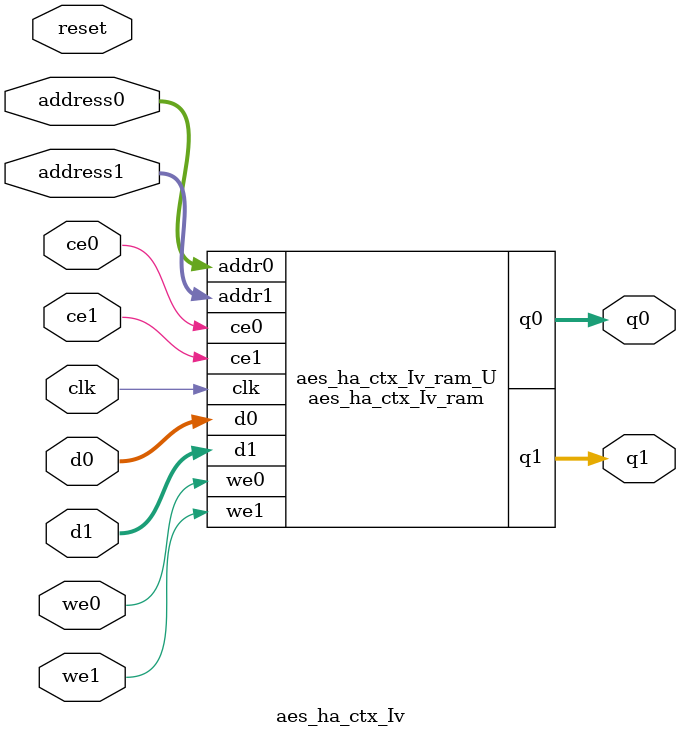
<source format=v>
`timescale 1 ns / 1 ps
module aes_ha_ctx_Iv_ram (addr0, ce0, d0, we0, q0, addr1, ce1, d1, we1, q1,  clk);

parameter DWIDTH = 8;
parameter AWIDTH = 4;
parameter MEM_SIZE = 16;

input[AWIDTH-1:0] addr0;
input ce0;
input[DWIDTH-1:0] d0;
input we0;
output reg[DWIDTH-1:0] q0;
input[AWIDTH-1:0] addr1;
input ce1;
input[DWIDTH-1:0] d1;
input we1;
output reg[DWIDTH-1:0] q1;
input clk;

(* ram_style = "block" *)reg [DWIDTH-1:0] ram[0:MEM_SIZE-1];




always @(posedge clk)  
begin 
    if (ce0) 
    begin
        if (we0) 
        begin 
            ram[addr0] <= d0; 
        end 
        q0 <= ram[addr0];
    end
end


always @(posedge clk)  
begin 
    if (ce1) 
    begin
        if (we1) 
        begin 
            ram[addr1] <= d1; 
        end 
        q1 <= ram[addr1];
    end
end


endmodule

`timescale 1 ns / 1 ps
module aes_ha_ctx_Iv(
    reset,
    clk,
    address0,
    ce0,
    we0,
    d0,
    q0,
    address1,
    ce1,
    we1,
    d1,
    q1);

parameter DataWidth = 32'd8;
parameter AddressRange = 32'd16;
parameter AddressWidth = 32'd4;
input reset;
input clk;
input[AddressWidth - 1:0] address0;
input ce0;
input we0;
input[DataWidth - 1:0] d0;
output[DataWidth - 1:0] q0;
input[AddressWidth - 1:0] address1;
input ce1;
input we1;
input[DataWidth - 1:0] d1;
output[DataWidth - 1:0] q1;



aes_ha_ctx_Iv_ram aes_ha_ctx_Iv_ram_U(
    .clk( clk ),
    .addr0( address0 ),
    .ce0( ce0 ),
    .we0( we0 ),
    .d0( d0 ),
    .q0( q0 ),
    .addr1( address1 ),
    .ce1( ce1 ),
    .we1( we1 ),
    .d1( d1 ),
    .q1( q1 ));

endmodule


</source>
